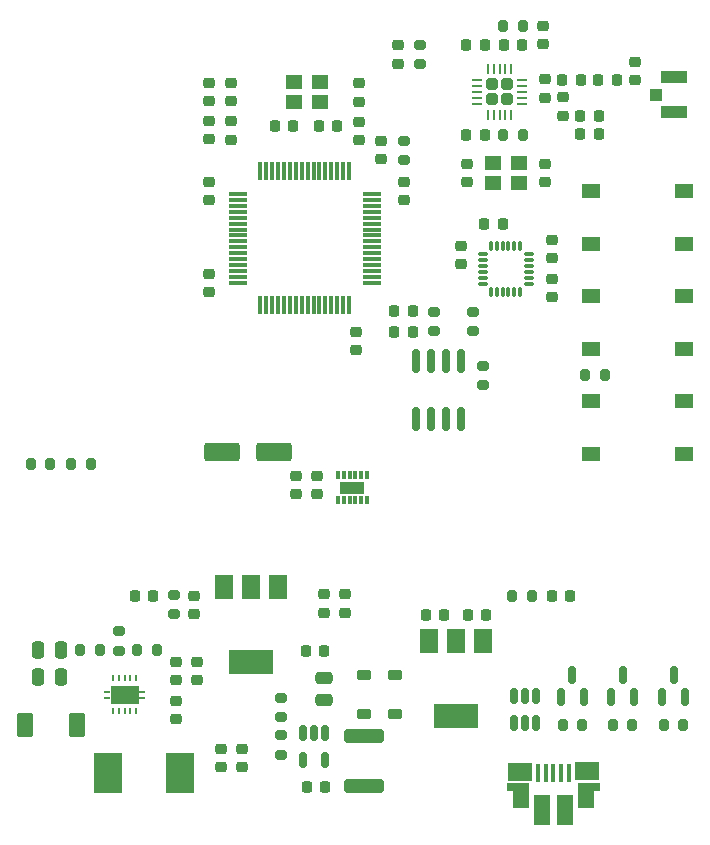
<source format=gbr>
%TF.GenerationSoftware,KiCad,Pcbnew,7.0.1*%
%TF.CreationDate,2023-10-06T11:10:41+02:00*%
%TF.ProjectId,Drv_board,4472765f-626f-4617-9264-2e6b69636164,rev?*%
%TF.SameCoordinates,Original*%
%TF.FileFunction,Paste,Top*%
%TF.FilePolarity,Positive*%
%FSLAX46Y46*%
G04 Gerber Fmt 4.6, Leading zero omitted, Abs format (unit mm)*
G04 Created by KiCad (PCBNEW 7.0.1) date 2023-10-06 11:10:41*
%MOMM*%
%LPD*%
G01*
G04 APERTURE LIST*
G04 Aperture macros list*
%AMRoundRect*
0 Rectangle with rounded corners*
0 $1 Rounding radius*
0 $2 $3 $4 $5 $6 $7 $8 $9 X,Y pos of 4 corners*
0 Add a 4 corners polygon primitive as box body*
4,1,4,$2,$3,$4,$5,$6,$7,$8,$9,$2,$3,0*
0 Add four circle primitives for the rounded corners*
1,1,$1+$1,$2,$3*
1,1,$1+$1,$4,$5*
1,1,$1+$1,$6,$7*
1,1,$1+$1,$8,$9*
0 Add four rect primitives between the rounded corners*
20,1,$1+$1,$2,$3,$4,$5,0*
20,1,$1+$1,$4,$5,$6,$7,0*
20,1,$1+$1,$6,$7,$8,$9,0*
20,1,$1+$1,$8,$9,$2,$3,0*%
G04 Aperture macros list end*
%ADD10RoundRect,0.200000X-0.200000X-0.275000X0.200000X-0.275000X0.200000X0.275000X-0.200000X0.275000X0*%
%ADD11RoundRect,0.225000X-0.250000X0.225000X-0.250000X-0.225000X0.250000X-0.225000X0.250000X0.225000X0*%
%ADD12RoundRect,0.200000X-0.275000X0.200000X-0.275000X-0.200000X0.275000X-0.200000X0.275000X0.200000X0*%
%ADD13RoundRect,0.225000X0.225000X0.250000X-0.225000X0.250000X-0.225000X-0.250000X0.225000X-0.250000X0*%
%ADD14R,1.500000X2.000000*%
%ADD15R,3.800000X2.000000*%
%ADD16RoundRect,0.250000X-0.475000X0.250000X-0.475000X-0.250000X0.475000X-0.250000X0.475000X0.250000X0*%
%ADD17R,0.400000X1.650000*%
%ADD18R,1.825000X0.700000*%
%ADD19R,2.000000X1.500000*%
%ADD20R,1.350000X2.000000*%
%ADD21R,1.430000X2.500000*%
%ADD22RoundRect,0.225000X0.250000X-0.225000X0.250000X0.225000X-0.250000X0.225000X-0.250000X-0.225000X0*%
%ADD23RoundRect,0.200000X0.275000X-0.200000X0.275000X0.200000X-0.275000X0.200000X-0.275000X-0.200000X0*%
%ADD24RoundRect,0.150000X0.150000X-0.587500X0.150000X0.587500X-0.150000X0.587500X-0.150000X-0.587500X0*%
%ADD25RoundRect,0.200000X0.200000X0.275000X-0.200000X0.275000X-0.200000X-0.275000X0.200000X-0.275000X0*%
%ADD26RoundRect,0.218750X-0.256250X0.218750X-0.256250X-0.218750X0.256250X-0.218750X0.256250X0.218750X0*%
%ADD27R,1.550000X1.300000*%
%ADD28RoundRect,0.250000X-0.250000X-0.475000X0.250000X-0.475000X0.250000X0.475000X-0.250000X0.475000X0*%
%ADD29RoundRect,0.225000X-0.375000X0.225000X-0.375000X-0.225000X0.375000X-0.225000X0.375000X0.225000X0*%
%ADD30R,2.350000X3.500000*%
%ADD31RoundRect,0.075000X-0.075000X0.700000X-0.075000X-0.700000X0.075000X-0.700000X0.075000X0.700000X0*%
%ADD32RoundRect,0.075000X-0.700000X0.075000X-0.700000X-0.075000X0.700000X-0.075000X0.700000X0.075000X0*%
%ADD33RoundRect,0.250000X-0.450000X-0.800000X0.450000X-0.800000X0.450000X0.800000X-0.450000X0.800000X0*%
%ADD34RoundRect,0.225000X-0.225000X-0.250000X0.225000X-0.250000X0.225000X0.250000X-0.225000X0.250000X0*%
%ADD35RoundRect,0.150000X0.150000X-0.825000X0.150000X0.825000X-0.150000X0.825000X-0.150000X-0.825000X0*%
%ADD36RoundRect,0.218750X0.256250X-0.218750X0.256250X0.218750X-0.256250X0.218750X-0.256250X-0.218750X0*%
%ADD37R,0.300000X0.700000*%
%ADD38R,2.100000X1.000000*%
%ADD39RoundRect,0.218750X-0.218750X-0.256250X0.218750X-0.256250X0.218750X0.256250X-0.218750X0.256250X0*%
%ADD40RoundRect,0.250000X1.450000X-0.312500X1.450000X0.312500X-1.450000X0.312500X-1.450000X-0.312500X0*%
%ADD41R,1.400000X1.200000*%
%ADD42RoundRect,0.250000X-0.255000X-0.255000X0.255000X-0.255000X0.255000X0.255000X-0.255000X0.255000X0*%
%ADD43RoundRect,0.062500X-0.350000X-0.062500X0.350000X-0.062500X0.350000X0.062500X-0.350000X0.062500X0*%
%ADD44RoundRect,0.062500X-0.062500X-0.350000X0.062500X-0.350000X0.062500X0.350000X-0.062500X0.350000X0*%
%ADD45RoundRect,0.075000X0.075000X-0.350000X0.075000X0.350000X-0.075000X0.350000X-0.075000X-0.350000X0*%
%ADD46RoundRect,0.075000X0.350000X0.075000X-0.350000X0.075000X-0.350000X-0.075000X0.350000X-0.075000X0*%
%ADD47RoundRect,0.150000X0.150000X-0.512500X0.150000X0.512500X-0.150000X0.512500X-0.150000X-0.512500X0*%
%ADD48RoundRect,0.150000X-0.150000X0.512500X-0.150000X-0.512500X0.150000X-0.512500X0.150000X0.512500X0*%
%ADD49RoundRect,0.250000X-1.250000X-0.550000X1.250000X-0.550000X1.250000X0.550000X-1.250000X0.550000X0*%
%ADD50RoundRect,0.218750X0.218750X0.256250X-0.218750X0.256250X-0.218750X-0.256250X0.218750X-0.256250X0*%
%ADD51R,0.240000X0.600000*%
%ADD52R,2.400000X1.650000*%
%ADD53R,0.500000X0.250000*%
%ADD54R,2.200000X1.050000*%
%ADD55R,1.050000X1.000000*%
G04 APERTURE END LIST*
D10*
%TO.C,R12*%
X143574000Y-127254000D03*
X145224000Y-127254000D03*
%TD*%
D11*
%TO.C,C41*%
X146927000Y-100444000D03*
X146927000Y-101994000D03*
%TD*%
%TO.C,C37*%
X146304000Y-90665000D03*
X146304000Y-92215000D03*
%TD*%
D12*
%TO.C,R2*%
X134366000Y-88710000D03*
X134366000Y-90360000D03*
%TD*%
D13*
%TO.C,C21*%
X127711000Y-143422400D03*
X126161000Y-143422400D03*
%TD*%
%TO.C,C43*%
X135141000Y-103124000D03*
X133591000Y-103124000D03*
%TD*%
D11*
%TO.C,C24*%
X115074200Y-132843000D03*
X115074200Y-134393000D03*
%TD*%
%TO.C,C23*%
X116852200Y-132843000D03*
X116852200Y-134393000D03*
%TD*%
D10*
%TO.C,R4*%
X149734000Y-108585000D03*
X151384000Y-108585000D03*
%TD*%
D14*
%TO.C,U5*%
X123724200Y-126531000D03*
X121424200Y-126531000D03*
D15*
X121424200Y-132831000D03*
D14*
X119124200Y-126531000D03*
%TD*%
D11*
%TO.C,C45*%
X146927000Y-97142000D03*
X146927000Y-98692000D03*
%TD*%
D12*
%TO.C,R10*%
X110248200Y-130253000D03*
X110248200Y-131903000D03*
%TD*%
D16*
%TO.C,C22*%
X127672600Y-134192000D03*
X127672600Y-136092000D03*
%TD*%
D17*
%TO.C,J1*%
X145741000Y-142253000D03*
X146391000Y-142253000D03*
X147041000Y-142253000D03*
X147691000Y-142253000D03*
X148341000Y-142253000D03*
D18*
X144091000Y-143453000D03*
D19*
X144191000Y-142153000D03*
D20*
X144311000Y-144203000D03*
D21*
X146081000Y-145403000D03*
X148001000Y-145403000D03*
D20*
X149791000Y-144203000D03*
D19*
X149941000Y-142133000D03*
D18*
X150041000Y-143453000D03*
%TD*%
D13*
%TO.C,C18*%
X127647200Y-131967000D03*
X126097200Y-131967000D03*
%TD*%
D22*
%TO.C,C14*%
X118872000Y-141745000D03*
X118872000Y-140195000D03*
%TD*%
D11*
%TO.C,C26*%
X127647200Y-127128000D03*
X127647200Y-128678000D03*
%TD*%
D13*
%TO.C,C12*%
X125015000Y-87464000D03*
X123465000Y-87464000D03*
%TD*%
D23*
%TO.C,R3*%
X135763000Y-82232000D03*
X135763000Y-80582000D03*
%TD*%
D22*
%TO.C,C5*%
X117906800Y-101562200D03*
X117906800Y-100012200D03*
%TD*%
%TO.C,C32*%
X153924000Y-83579000D03*
X153924000Y-82029000D03*
%TD*%
D24*
%TO.C,Q1*%
X156288200Y-135825500D03*
X158188200Y-135825500D03*
X157238200Y-133950500D03*
%TD*%
D25*
%TO.C,R6*%
X158063200Y-138188000D03*
X156413200Y-138188000D03*
%TD*%
D13*
%TO.C,C40*%
X141230008Y-80645000D03*
X139680008Y-80645000D03*
%TD*%
D26*
%TO.C,D1*%
X133858000Y-80619500D03*
X133858000Y-82194500D03*
%TD*%
D10*
%TO.C,R15*%
X111836200Y-131840000D03*
X113486200Y-131840000D03*
%TD*%
D27*
%TO.C,S1*%
X150203000Y-93000000D03*
X158153000Y-93000000D03*
X150203000Y-97500000D03*
X158153000Y-97500000D03*
%TD*%
D11*
%TO.C,C1*%
X130556000Y-83857800D03*
X130556000Y-85407800D03*
%TD*%
D28*
%TO.C,C16*%
X103456200Y-134126000D03*
X105356200Y-134126000D03*
%TD*%
D29*
%TO.C,D5*%
X131000000Y-134000000D03*
X131000000Y-137300000D03*
%TD*%
D30*
%TO.C,L1*%
X115437200Y-142254000D03*
X109377200Y-142254000D03*
%TD*%
D31*
%TO.C,U2*%
X129750000Y-91325000D03*
X129250000Y-91325000D03*
X128750000Y-91325000D03*
X128250000Y-91325000D03*
X127750000Y-91325000D03*
X127250000Y-91325000D03*
X126750000Y-91325000D03*
X126250000Y-91325000D03*
X125750000Y-91325000D03*
X125250000Y-91325000D03*
X124750000Y-91325000D03*
X124250000Y-91325000D03*
X123750000Y-91325000D03*
X123250000Y-91325000D03*
X122750000Y-91325000D03*
X122250000Y-91325000D03*
D32*
X120325000Y-93250000D03*
X120325000Y-93750000D03*
X120325000Y-94250000D03*
X120325000Y-94750000D03*
X120325000Y-95250000D03*
X120325000Y-95750000D03*
X120325000Y-96250000D03*
X120325000Y-96750000D03*
X120325000Y-97250000D03*
X120325000Y-97750000D03*
X120325000Y-98250000D03*
X120325000Y-98750000D03*
X120325000Y-99250000D03*
X120325000Y-99750000D03*
X120325000Y-100250000D03*
X120325000Y-100750000D03*
D31*
X122250000Y-102675000D03*
X122750000Y-102675000D03*
X123250000Y-102675000D03*
X123750000Y-102675000D03*
X124250000Y-102675000D03*
X124750000Y-102675000D03*
X125250000Y-102675000D03*
X125750000Y-102675000D03*
X126250000Y-102675000D03*
X126750000Y-102675000D03*
X127250000Y-102675000D03*
X127750000Y-102675000D03*
X128250000Y-102675000D03*
X128750000Y-102675000D03*
X129250000Y-102675000D03*
X129750000Y-102675000D03*
D32*
X131675000Y-100750000D03*
X131675000Y-100250000D03*
X131675000Y-99750000D03*
X131675000Y-99250000D03*
X131675000Y-98750000D03*
X131675000Y-98250000D03*
X131675000Y-97750000D03*
X131675000Y-97250000D03*
X131675000Y-96750000D03*
X131675000Y-96250000D03*
X131675000Y-95750000D03*
X131675000Y-95250000D03*
X131675000Y-94750000D03*
X131675000Y-94250000D03*
X131675000Y-93750000D03*
X131675000Y-93250000D03*
%TD*%
D26*
%TO.C,L5*%
X147828000Y-85064500D03*
X147828000Y-86639500D03*
%TD*%
D33*
%TO.C,D4*%
X102333200Y-138190000D03*
X106733200Y-138190000D03*
%TD*%
D22*
%TO.C,C30*%
X127000000Y-118665000D03*
X127000000Y-117115000D03*
%TD*%
D34*
%TO.C,C35*%
X142855008Y-80645000D03*
X144405008Y-80645000D03*
%TD*%
D29*
%TO.C,D3*%
X133616200Y-134000000D03*
X133616200Y-137300000D03*
%TD*%
D12*
%TO.C,R16*%
X123964200Y-139066800D03*
X123964200Y-140716800D03*
%TD*%
D11*
%TO.C,C2*%
X134366000Y-92189000D03*
X134366000Y-93739000D03*
%TD*%
D24*
%TO.C,Q2*%
X151970200Y-135825500D03*
X153870200Y-135825500D03*
X152920200Y-133950500D03*
%TD*%
D35*
%TO.C,U7*%
X135382000Y-112330000D03*
X136652000Y-112330000D03*
X137922000Y-112330000D03*
X139192000Y-112330000D03*
X139192000Y-107380000D03*
X137922000Y-107380000D03*
X136652000Y-107380000D03*
X135382000Y-107380000D03*
%TD*%
D34*
%TO.C,C31*%
X150863000Y-83566000D03*
X152413000Y-83566000D03*
%TD*%
D36*
%TO.C,FB1*%
X117906800Y-85382500D03*
X117906800Y-83807500D03*
%TD*%
D10*
%TO.C,R9*%
X102807000Y-116078000D03*
X104457000Y-116078000D03*
%TD*%
D11*
%TO.C,C6*%
X130302000Y-104889000D03*
X130302000Y-106439000D03*
%TD*%
D37*
%TO.C,IC2*%
X128798000Y-119160000D03*
X129298000Y-119160000D03*
X129798000Y-119160000D03*
X130298000Y-119160000D03*
X130798000Y-119160000D03*
X131298000Y-119160000D03*
X131298000Y-117060000D03*
X130798000Y-117060000D03*
X130298000Y-117060000D03*
X129798000Y-117060000D03*
X129298000Y-117060000D03*
X128798000Y-117060000D03*
D38*
X130000000Y-118110000D03*
%TD*%
D11*
%TO.C,C9*%
X119735600Y-83820000D03*
X119735600Y-85370000D03*
%TD*%
D34*
%TO.C,C42*%
X141199000Y-95758000D03*
X142749000Y-95758000D03*
%TD*%
D11*
%TO.C,C46*%
X139192000Y-97650000D03*
X139192000Y-99200000D03*
%TD*%
D22*
%TO.C,C7*%
X119735600Y-88634200D03*
X119735600Y-87084200D03*
%TD*%
D27*
%TO.C,S3*%
X150203000Y-110780000D03*
X158153000Y-110780000D03*
X150203000Y-115280000D03*
X158153000Y-115280000D03*
%TD*%
D13*
%TO.C,C20*%
X137820200Y-128919000D03*
X136270200Y-128919000D03*
%TD*%
D22*
%TO.C,C29*%
X125222000Y-118665000D03*
X125222000Y-117115000D03*
%TD*%
D24*
%TO.C,D2*%
X147718200Y-135825500D03*
X149618200Y-135825500D03*
X148668200Y-133950500D03*
%TD*%
D25*
%TO.C,R14*%
X108660200Y-131840000D03*
X107010200Y-131840000D03*
%TD*%
D39*
%TO.C,L3*%
X147802500Y-83566000D03*
X149377500Y-83566000D03*
%TD*%
D22*
%TO.C,C10*%
X132461000Y-90310000D03*
X132461000Y-88760000D03*
%TD*%
D28*
%TO.C,C17*%
X103456200Y-131840000D03*
X105356200Y-131840000D03*
%TD*%
D22*
%TO.C,C25*%
X116598200Y-128805000D03*
X116598200Y-127255000D03*
%TD*%
D34*
%TO.C,C11*%
X127215600Y-87464000D03*
X128765600Y-87464000D03*
%TD*%
D40*
%TO.C,L2*%
X131000000Y-143400900D03*
X131000000Y-139125900D03*
%TD*%
D22*
%TO.C,C13*%
X115074200Y-137695000D03*
X115074200Y-136145000D03*
%TD*%
D27*
%TO.C,S2*%
X150203000Y-101890000D03*
X158153000Y-101890000D03*
X150203000Y-106390000D03*
X158153000Y-106390000D03*
%TD*%
D41*
%TO.C,Y2*%
X141902000Y-92290000D03*
X144102000Y-92290000D03*
X144102000Y-90590000D03*
X141902000Y-90590000D03*
%TD*%
D13*
%TO.C,C39*%
X150889000Y-88138000D03*
X149339000Y-88138000D03*
%TD*%
%TO.C,C44*%
X135141000Y-104902000D03*
X133591000Y-104902000D03*
%TD*%
D22*
%TO.C,C36*%
X139700000Y-92215000D03*
X139700000Y-90665000D03*
%TD*%
D12*
%TO.C,R11*%
X123964200Y-135891800D03*
X123964200Y-137541800D03*
%TD*%
%TO.C,R1*%
X141097000Y-107760000D03*
X141097000Y-109410000D03*
%TD*%
D39*
%TO.C,D7*%
X111607500Y-127254000D03*
X113182500Y-127254000D03*
%TD*%
D42*
%TO.C,U6*%
X141869000Y-83957000D03*
X141869000Y-85207000D03*
X143119000Y-83957000D03*
X143119000Y-85207000D03*
D43*
X140556500Y-83582000D03*
X140556500Y-84082000D03*
X140556500Y-84582000D03*
X140556500Y-85082000D03*
X140556500Y-85582000D03*
D44*
X141494000Y-86519500D03*
X141994000Y-86519500D03*
X142494000Y-86519500D03*
X142994000Y-86519500D03*
X143494000Y-86519500D03*
D43*
X144431500Y-85582000D03*
X144431500Y-85082000D03*
X144431500Y-84582000D03*
X144431500Y-84082000D03*
X144431500Y-83582000D03*
D44*
X143494000Y-82644500D03*
X142994000Y-82644500D03*
X142494000Y-82644500D03*
X141994000Y-82644500D03*
X141494000Y-82644500D03*
%TD*%
D34*
%TO.C,C33*%
X139687000Y-88265000D03*
X141237000Y-88265000D03*
%TD*%
D10*
%TO.C,R17*%
X142812000Y-88265000D03*
X144462000Y-88265000D03*
%TD*%
D45*
%TO.C,U8*%
X141752000Y-101518000D03*
X142252000Y-101518000D03*
X142752000Y-101518000D03*
X143252000Y-101518000D03*
X143752000Y-101518000D03*
X144252000Y-101518000D03*
D46*
X144952000Y-100818000D03*
X144952000Y-100318000D03*
X144952000Y-99818000D03*
X144952000Y-99318000D03*
X144952000Y-98818000D03*
X144952000Y-98318000D03*
D45*
X144252000Y-97618000D03*
X143752000Y-97618000D03*
X143252000Y-97618000D03*
X142752000Y-97618000D03*
X142252000Y-97618000D03*
X141752000Y-97618000D03*
D46*
X141052000Y-98318000D03*
X141052000Y-98818000D03*
X141052000Y-99318000D03*
X141052000Y-99818000D03*
X141052000Y-100318000D03*
X141052000Y-100818000D03*
%TD*%
D23*
%TO.C,R13*%
X114935000Y-128841000D03*
X114935000Y-127191000D03*
%TD*%
D41*
%TO.C,Y1*%
X127288000Y-83732000D03*
X125088000Y-83732000D03*
X125088000Y-85432000D03*
X127288000Y-85432000D03*
%TD*%
D22*
%TO.C,C8*%
X117906800Y-88621200D03*
X117906800Y-87071200D03*
%TD*%
D11*
%TO.C,C27*%
X129425200Y-127128000D03*
X129425200Y-128678000D03*
%TD*%
D47*
%TO.C,U1*%
X143715200Y-138057500D03*
X144665200Y-138057500D03*
X145615200Y-138057500D03*
X145615200Y-135782500D03*
X144665200Y-135782500D03*
X143715200Y-135782500D03*
%TD*%
D34*
%TO.C,C19*%
X139826200Y-128919000D03*
X141376200Y-128919000D03*
%TD*%
D22*
%TO.C,C4*%
X117909600Y-93739000D03*
X117909600Y-92189000D03*
%TD*%
%TO.C,C3*%
X130556000Y-88659000D03*
X130556000Y-87109000D03*
%TD*%
D10*
%TO.C,R7*%
X106236000Y-116078000D03*
X107886000Y-116078000D03*
%TD*%
D26*
%TO.C,L4*%
X146304000Y-83540500D03*
X146304000Y-85115500D03*
%TD*%
D10*
%TO.C,R18*%
X142805008Y-78994000D03*
X144455008Y-78994000D03*
%TD*%
D48*
%TO.C,U4*%
X127759000Y-138855900D03*
X126809000Y-138855900D03*
X125859000Y-138855900D03*
X125859000Y-141130900D03*
X127759000Y-141130900D03*
%TD*%
D49*
%TO.C,C28*%
X118958000Y-115096000D03*
X123358000Y-115096000D03*
%TD*%
D50*
%TO.C,D6*%
X148488500Y-127254000D03*
X146913500Y-127254000D03*
%TD*%
D13*
%TO.C,C38*%
X150889000Y-86614000D03*
X149339000Y-86614000D03*
%TD*%
D22*
%TO.C,C15*%
X120662200Y-141745000D03*
X120662200Y-140195000D03*
%TD*%
%TO.C,C34*%
X146195408Y-80556400D03*
X146195408Y-79006400D03*
%TD*%
D51*
%TO.C,IC1*%
X111748200Y-134247000D03*
X111248200Y-134247000D03*
X110748200Y-134247000D03*
X110248200Y-134247000D03*
X109748200Y-134247000D03*
X109748200Y-137047000D03*
X110248200Y-137047000D03*
X110748200Y-137047000D03*
X111248200Y-137047000D03*
X111748200Y-137047000D03*
D52*
X110748200Y-135647000D03*
D53*
X109298200Y-135397000D03*
X109298200Y-135897000D03*
X112198200Y-135897000D03*
X112198200Y-135397000D03*
%TD*%
D23*
%TO.C,R20*%
X140208000Y-104838000D03*
X140208000Y-103188000D03*
%TD*%
D14*
%TO.C,U3*%
X141123200Y-131103000D03*
X138823200Y-131103000D03*
D15*
X138823200Y-137403000D03*
D14*
X136523200Y-131103000D03*
%TD*%
D54*
%TO.C,J10*%
X157226000Y-83361000D03*
X157226000Y-86311000D03*
D55*
X155726000Y-84836000D03*
%TD*%
D25*
%TO.C,R5*%
X149493200Y-138190000D03*
X147843200Y-138190000D03*
%TD*%
%TO.C,R8*%
X153745200Y-138188000D03*
X152095200Y-138188000D03*
%TD*%
D23*
%TO.C,R19*%
X136906000Y-104838000D03*
X136906000Y-103188000D03*
%TD*%
M02*

</source>
